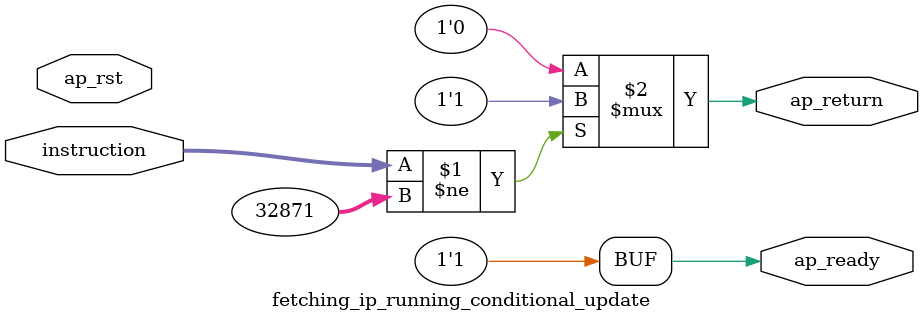
<source format=v>

`timescale 1 ns / 1 ps 

module fetching_ip_running_conditional_update (
        ap_ready,
        instruction,
        ap_return,
        ap_rst
);


output   ap_ready;
input  [31:0] instruction;
output  [0:0] ap_return;
input   ap_rst;

assign ap_ready = 1'b1;

assign ap_return = ((instruction != 32'd32871) ? 1'b1 : 1'b0);

endmodule //fetching_ip_running_conditional_update

</source>
